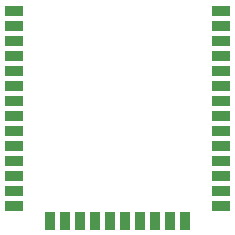
<source format=gbr>
%TF.GenerationSoftware,KiCad,Pcbnew,7.0.10*%
%TF.CreationDate,2024-01-14T13:48:43-05:00*%
%TF.ProjectId,esp32-wroom,65737033-322d-4777-926f-6f6d2e6b6963,rev?*%
%TF.SameCoordinates,Original*%
%TF.FileFunction,Paste,Top*%
%TF.FilePolarity,Positive*%
%FSLAX46Y46*%
G04 Gerber Fmt 4.6, Leading zero omitted, Abs format (unit mm)*
G04 Created by KiCad (PCBNEW 7.0.10) date 2024-01-14 13:48:43*
%MOMM*%
%LPD*%
G01*
G04 APERTURE LIST*
%ADD10R,1.500000X0.900000*%
%ADD11R,0.900000X1.500000*%
G04 APERTURE END LIST*
D10*
%TO.C,U1*%
X116764000Y-66870000D03*
X116764000Y-68140000D03*
X116764000Y-69410000D03*
X116764000Y-70680000D03*
X116764000Y-71950000D03*
X116764000Y-73220000D03*
X116764000Y-74490000D03*
X116764000Y-75760000D03*
X116764000Y-77030000D03*
X116764000Y-78300000D03*
X116764000Y-79570000D03*
X116764000Y-80840000D03*
X116764000Y-82110000D03*
X116764000Y-83380000D03*
D11*
X119804000Y-84630000D03*
X121074000Y-84630000D03*
X122344000Y-84630000D03*
X123614000Y-84630000D03*
X124884000Y-84630000D03*
X126154000Y-84630000D03*
X127424000Y-84630000D03*
X128694000Y-84630000D03*
X129964000Y-84630000D03*
X131234000Y-84630000D03*
D10*
X134264000Y-83380000D03*
X134264000Y-82110000D03*
X134264000Y-80840000D03*
X134264000Y-79570000D03*
X134264000Y-78300000D03*
X134264000Y-77030000D03*
X134264000Y-75760000D03*
X134264000Y-74490000D03*
X134264000Y-73220000D03*
X134264000Y-71950000D03*
X134264000Y-70680000D03*
X134264000Y-69410000D03*
X134264000Y-68140000D03*
X134264000Y-66870000D03*
%TD*%
M02*

</source>
